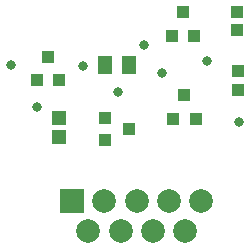
<source format=gts>
G04*
G04 #@! TF.GenerationSoftware,Altium Limited,Altium Designer,18.1.7 (191)*
G04*
G04 Layer_Color=8388736*
%FSLAX44Y44*%
%MOMM*%
G71*
G01*
G75*
%ADD20R,1.0032X1.1032*%
%ADD21R,1.1032X1.0032*%
%ADD22R,1.2032X1.5032*%
%ADD23R,1.0032X1.0032*%
%ADD24R,1.2032X1.2032*%
%ADD25C,2.0032*%
%ADD26R,2.0032X2.0032*%
%ADD27C,0.8032*%
D20*
X250500Y291500D02*
D03*
X260000Y271500D02*
D03*
X241000D02*
D03*
X242000Y201000D02*
D03*
X261000D02*
D03*
X251500Y221000D02*
D03*
X145500Y233750D02*
D03*
X126500D02*
D03*
X136000Y253750D02*
D03*
D21*
X184250Y183250D02*
D03*
Y202250D02*
D03*
X204250Y192750D02*
D03*
D22*
X184250Y246750D02*
D03*
X204250D02*
D03*
D23*
X296750Y241250D02*
D03*
Y225250D02*
D03*
X296250Y292000D02*
D03*
Y276000D02*
D03*
D24*
X145500Y201750D02*
D03*
Y185750D02*
D03*
D25*
X252300Y106000D02*
D03*
X224900D02*
D03*
X197500D02*
D03*
X170100D02*
D03*
X266000Y131400D02*
D03*
X238600D02*
D03*
X211200D02*
D03*
X183800D02*
D03*
D26*
X156400D02*
D03*
D27*
X270750Y250000D02*
D03*
X217500Y264000D02*
D03*
X195750Y224250D02*
D03*
X233000Y240000D02*
D03*
X127000Y211000D02*
D03*
X297750Y198500D02*
D03*
X165500Y246250D02*
D03*
X104500Y246500D02*
D03*
M02*

</source>
